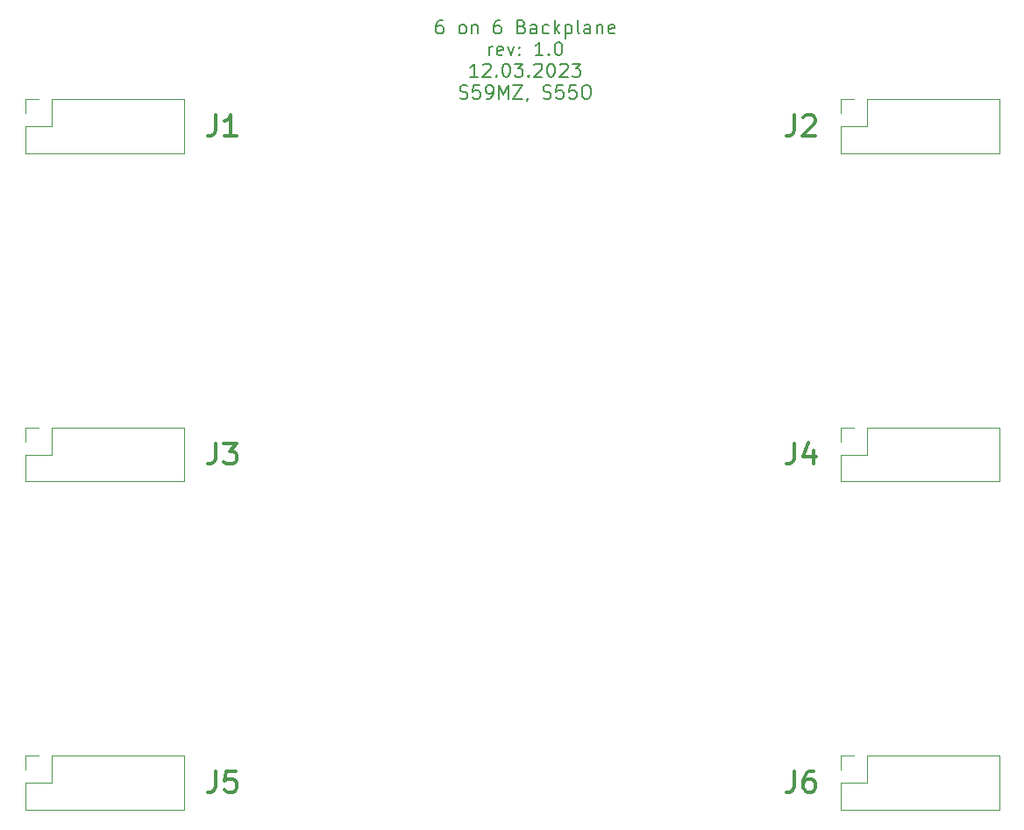
<source format=gto>
G04 #@! TF.GenerationSoftware,KiCad,Pcbnew,6.0.9-8da3e8f707~116~ubuntu20.04.1*
G04 #@! TF.CreationDate,2023-03-27T15:44:58+02:00*
G04 #@! TF.ProjectId,six_to_six_vertical,7369785f-746f-45f7-9369-785f76657274,rev?*
G04 #@! TF.SameCoordinates,Original*
G04 #@! TF.FileFunction,Legend,Top*
G04 #@! TF.FilePolarity,Positive*
%FSLAX46Y46*%
G04 Gerber Fmt 4.6, Leading zero omitted, Abs format (unit mm)*
G04 Created by KiCad (PCBNEW 6.0.9-8da3e8f707~116~ubuntu20.04.1) date 2023-03-27 15:44:58*
%MOMM*%
%LPD*%
G01*
G04 APERTURE LIST*
%ADD10C,0.150000*%
%ADD11C,0.300000*%
%ADD12C,0.120000*%
%ADD13R,1.700000X1.700000*%
%ADD14O,1.700000X1.700000*%
%ADD15C,2.000000*%
%ADD16C,3.000000*%
G04 APERTURE END LIST*
D10*
X140573333Y-60918595D02*
X140325714Y-60918595D01*
X140201904Y-60980500D01*
X140140000Y-61042404D01*
X140016190Y-61228119D01*
X139954285Y-61475738D01*
X139954285Y-61970976D01*
X140016190Y-62094785D01*
X140078095Y-62156690D01*
X140201904Y-62218595D01*
X140449523Y-62218595D01*
X140573333Y-62156690D01*
X140635238Y-62094785D01*
X140697142Y-61970976D01*
X140697142Y-61661452D01*
X140635238Y-61537642D01*
X140573333Y-61475738D01*
X140449523Y-61413833D01*
X140201904Y-61413833D01*
X140078095Y-61475738D01*
X140016190Y-61537642D01*
X139954285Y-61661452D01*
X142430476Y-62218595D02*
X142306666Y-62156690D01*
X142244761Y-62094785D01*
X142182857Y-61970976D01*
X142182857Y-61599547D01*
X142244761Y-61475738D01*
X142306666Y-61413833D01*
X142430476Y-61351928D01*
X142616190Y-61351928D01*
X142740000Y-61413833D01*
X142801904Y-61475738D01*
X142863809Y-61599547D01*
X142863809Y-61970976D01*
X142801904Y-62094785D01*
X142740000Y-62156690D01*
X142616190Y-62218595D01*
X142430476Y-62218595D01*
X143420952Y-61351928D02*
X143420952Y-62218595D01*
X143420952Y-61475738D02*
X143482857Y-61413833D01*
X143606666Y-61351928D01*
X143792380Y-61351928D01*
X143916190Y-61413833D01*
X143978095Y-61537642D01*
X143978095Y-62218595D01*
X146144761Y-60918595D02*
X145897142Y-60918595D01*
X145773333Y-60980500D01*
X145711428Y-61042404D01*
X145587619Y-61228119D01*
X145525714Y-61475738D01*
X145525714Y-61970976D01*
X145587619Y-62094785D01*
X145649523Y-62156690D01*
X145773333Y-62218595D01*
X146020952Y-62218595D01*
X146144761Y-62156690D01*
X146206666Y-62094785D01*
X146268571Y-61970976D01*
X146268571Y-61661452D01*
X146206666Y-61537642D01*
X146144761Y-61475738D01*
X146020952Y-61413833D01*
X145773333Y-61413833D01*
X145649523Y-61475738D01*
X145587619Y-61537642D01*
X145525714Y-61661452D01*
X148249523Y-61537642D02*
X148435238Y-61599547D01*
X148497142Y-61661452D01*
X148559047Y-61785261D01*
X148559047Y-61970976D01*
X148497142Y-62094785D01*
X148435238Y-62156690D01*
X148311428Y-62218595D01*
X147816190Y-62218595D01*
X147816190Y-60918595D01*
X148249523Y-60918595D01*
X148373333Y-60980500D01*
X148435238Y-61042404D01*
X148497142Y-61166214D01*
X148497142Y-61290023D01*
X148435238Y-61413833D01*
X148373333Y-61475738D01*
X148249523Y-61537642D01*
X147816190Y-61537642D01*
X149673333Y-62218595D02*
X149673333Y-61537642D01*
X149611428Y-61413833D01*
X149487619Y-61351928D01*
X149240000Y-61351928D01*
X149116190Y-61413833D01*
X149673333Y-62156690D02*
X149549523Y-62218595D01*
X149240000Y-62218595D01*
X149116190Y-62156690D01*
X149054285Y-62032880D01*
X149054285Y-61909071D01*
X149116190Y-61785261D01*
X149240000Y-61723357D01*
X149549523Y-61723357D01*
X149673333Y-61661452D01*
X150849523Y-62156690D02*
X150725714Y-62218595D01*
X150478095Y-62218595D01*
X150354285Y-62156690D01*
X150292380Y-62094785D01*
X150230476Y-61970976D01*
X150230476Y-61599547D01*
X150292380Y-61475738D01*
X150354285Y-61413833D01*
X150478095Y-61351928D01*
X150725714Y-61351928D01*
X150849523Y-61413833D01*
X151406666Y-62218595D02*
X151406666Y-60918595D01*
X151530476Y-61723357D02*
X151901904Y-62218595D01*
X151901904Y-61351928D02*
X151406666Y-61847166D01*
X152459047Y-61351928D02*
X152459047Y-62651928D01*
X152459047Y-61413833D02*
X152582857Y-61351928D01*
X152830476Y-61351928D01*
X152954285Y-61413833D01*
X153016190Y-61475738D01*
X153078095Y-61599547D01*
X153078095Y-61970976D01*
X153016190Y-62094785D01*
X152954285Y-62156690D01*
X152830476Y-62218595D01*
X152582857Y-62218595D01*
X152459047Y-62156690D01*
X153820952Y-62218595D02*
X153697142Y-62156690D01*
X153635238Y-62032880D01*
X153635238Y-60918595D01*
X154873333Y-62218595D02*
X154873333Y-61537642D01*
X154811428Y-61413833D01*
X154687619Y-61351928D01*
X154440000Y-61351928D01*
X154316190Y-61413833D01*
X154873333Y-62156690D02*
X154749523Y-62218595D01*
X154440000Y-62218595D01*
X154316190Y-62156690D01*
X154254285Y-62032880D01*
X154254285Y-61909071D01*
X154316190Y-61785261D01*
X154440000Y-61723357D01*
X154749523Y-61723357D01*
X154873333Y-61661452D01*
X155492380Y-61351928D02*
X155492380Y-62218595D01*
X155492380Y-61475738D02*
X155554285Y-61413833D01*
X155678095Y-61351928D01*
X155863809Y-61351928D01*
X155987619Y-61413833D01*
X156049523Y-61537642D01*
X156049523Y-62218595D01*
X157163809Y-62156690D02*
X157040000Y-62218595D01*
X156792380Y-62218595D01*
X156668571Y-62156690D01*
X156606666Y-62032880D01*
X156606666Y-61537642D01*
X156668571Y-61413833D01*
X156792380Y-61351928D01*
X157040000Y-61351928D01*
X157163809Y-61413833D01*
X157225714Y-61537642D01*
X157225714Y-61661452D01*
X156606666Y-61785261D01*
X145092380Y-64311595D02*
X145092380Y-63444928D01*
X145092380Y-63692547D02*
X145154285Y-63568738D01*
X145216190Y-63506833D01*
X145340000Y-63444928D01*
X145463809Y-63444928D01*
X146392380Y-64249690D02*
X146268571Y-64311595D01*
X146020952Y-64311595D01*
X145897142Y-64249690D01*
X145835238Y-64125880D01*
X145835238Y-63630642D01*
X145897142Y-63506833D01*
X146020952Y-63444928D01*
X146268571Y-63444928D01*
X146392380Y-63506833D01*
X146454285Y-63630642D01*
X146454285Y-63754452D01*
X145835238Y-63878261D01*
X146887619Y-63444928D02*
X147197142Y-64311595D01*
X147506666Y-63444928D01*
X148001904Y-64187785D02*
X148063809Y-64249690D01*
X148001904Y-64311595D01*
X147940000Y-64249690D01*
X148001904Y-64187785D01*
X148001904Y-64311595D01*
X148001904Y-63506833D02*
X148063809Y-63568738D01*
X148001904Y-63630642D01*
X147940000Y-63568738D01*
X148001904Y-63506833D01*
X148001904Y-63630642D01*
X150292380Y-64311595D02*
X149549523Y-64311595D01*
X149920952Y-64311595D02*
X149920952Y-63011595D01*
X149797142Y-63197309D01*
X149673333Y-63321119D01*
X149549523Y-63383023D01*
X150849523Y-64187785D02*
X150911428Y-64249690D01*
X150849523Y-64311595D01*
X150787619Y-64249690D01*
X150849523Y-64187785D01*
X150849523Y-64311595D01*
X151716190Y-63011595D02*
X151840000Y-63011595D01*
X151963809Y-63073500D01*
X152025714Y-63135404D01*
X152087619Y-63259214D01*
X152149523Y-63506833D01*
X152149523Y-63816357D01*
X152087619Y-64063976D01*
X152025714Y-64187785D01*
X151963809Y-64249690D01*
X151840000Y-64311595D01*
X151716190Y-64311595D01*
X151592380Y-64249690D01*
X151530476Y-64187785D01*
X151468571Y-64063976D01*
X151406666Y-63816357D01*
X151406666Y-63506833D01*
X151468571Y-63259214D01*
X151530476Y-63135404D01*
X151592380Y-63073500D01*
X151716190Y-63011595D01*
X144009047Y-66404595D02*
X143266190Y-66404595D01*
X143637619Y-66404595D02*
X143637619Y-65104595D01*
X143513809Y-65290309D01*
X143390000Y-65414119D01*
X143266190Y-65476023D01*
X144504285Y-65228404D02*
X144566190Y-65166500D01*
X144690000Y-65104595D01*
X144999523Y-65104595D01*
X145123333Y-65166500D01*
X145185238Y-65228404D01*
X145247142Y-65352214D01*
X145247142Y-65476023D01*
X145185238Y-65661738D01*
X144442380Y-66404595D01*
X145247142Y-66404595D01*
X145804285Y-66280785D02*
X145866190Y-66342690D01*
X145804285Y-66404595D01*
X145742380Y-66342690D01*
X145804285Y-66280785D01*
X145804285Y-66404595D01*
X146670952Y-65104595D02*
X146794761Y-65104595D01*
X146918571Y-65166500D01*
X146980476Y-65228404D01*
X147042380Y-65352214D01*
X147104285Y-65599833D01*
X147104285Y-65909357D01*
X147042380Y-66156976D01*
X146980476Y-66280785D01*
X146918571Y-66342690D01*
X146794761Y-66404595D01*
X146670952Y-66404595D01*
X146547142Y-66342690D01*
X146485238Y-66280785D01*
X146423333Y-66156976D01*
X146361428Y-65909357D01*
X146361428Y-65599833D01*
X146423333Y-65352214D01*
X146485238Y-65228404D01*
X146547142Y-65166500D01*
X146670952Y-65104595D01*
X147537619Y-65104595D02*
X148342380Y-65104595D01*
X147909047Y-65599833D01*
X148094761Y-65599833D01*
X148218571Y-65661738D01*
X148280476Y-65723642D01*
X148342380Y-65847452D01*
X148342380Y-66156976D01*
X148280476Y-66280785D01*
X148218571Y-66342690D01*
X148094761Y-66404595D01*
X147723333Y-66404595D01*
X147599523Y-66342690D01*
X147537619Y-66280785D01*
X148899523Y-66280785D02*
X148961428Y-66342690D01*
X148899523Y-66404595D01*
X148837619Y-66342690D01*
X148899523Y-66280785D01*
X148899523Y-66404595D01*
X149456666Y-65228404D02*
X149518571Y-65166500D01*
X149642380Y-65104595D01*
X149951904Y-65104595D01*
X150075714Y-65166500D01*
X150137619Y-65228404D01*
X150199523Y-65352214D01*
X150199523Y-65476023D01*
X150137619Y-65661738D01*
X149394761Y-66404595D01*
X150199523Y-66404595D01*
X151004285Y-65104595D02*
X151128095Y-65104595D01*
X151251904Y-65166500D01*
X151313809Y-65228404D01*
X151375714Y-65352214D01*
X151437619Y-65599833D01*
X151437619Y-65909357D01*
X151375714Y-66156976D01*
X151313809Y-66280785D01*
X151251904Y-66342690D01*
X151128095Y-66404595D01*
X151004285Y-66404595D01*
X150880476Y-66342690D01*
X150818571Y-66280785D01*
X150756666Y-66156976D01*
X150694761Y-65909357D01*
X150694761Y-65599833D01*
X150756666Y-65352214D01*
X150818571Y-65228404D01*
X150880476Y-65166500D01*
X151004285Y-65104595D01*
X151932857Y-65228404D02*
X151994761Y-65166500D01*
X152118571Y-65104595D01*
X152428095Y-65104595D01*
X152551904Y-65166500D01*
X152613809Y-65228404D01*
X152675714Y-65352214D01*
X152675714Y-65476023D01*
X152613809Y-65661738D01*
X151870952Y-66404595D01*
X152675714Y-66404595D01*
X153109047Y-65104595D02*
X153913809Y-65104595D01*
X153480476Y-65599833D01*
X153666190Y-65599833D01*
X153790000Y-65661738D01*
X153851904Y-65723642D01*
X153913809Y-65847452D01*
X153913809Y-66156976D01*
X153851904Y-66280785D01*
X153790000Y-66342690D01*
X153666190Y-66404595D01*
X153294761Y-66404595D01*
X153170952Y-66342690D01*
X153109047Y-66280785D01*
X142275714Y-68435690D02*
X142461428Y-68497595D01*
X142770952Y-68497595D01*
X142894761Y-68435690D01*
X142956666Y-68373785D01*
X143018571Y-68249976D01*
X143018571Y-68126166D01*
X142956666Y-68002357D01*
X142894761Y-67940452D01*
X142770952Y-67878547D01*
X142523333Y-67816642D01*
X142399523Y-67754738D01*
X142337619Y-67692833D01*
X142275714Y-67569023D01*
X142275714Y-67445214D01*
X142337619Y-67321404D01*
X142399523Y-67259500D01*
X142523333Y-67197595D01*
X142832857Y-67197595D01*
X143018571Y-67259500D01*
X144194761Y-67197595D02*
X143575714Y-67197595D01*
X143513809Y-67816642D01*
X143575714Y-67754738D01*
X143699523Y-67692833D01*
X144009047Y-67692833D01*
X144132857Y-67754738D01*
X144194761Y-67816642D01*
X144256666Y-67940452D01*
X144256666Y-68249976D01*
X144194761Y-68373785D01*
X144132857Y-68435690D01*
X144009047Y-68497595D01*
X143699523Y-68497595D01*
X143575714Y-68435690D01*
X143513809Y-68373785D01*
X144875714Y-68497595D02*
X145123333Y-68497595D01*
X145247142Y-68435690D01*
X145309047Y-68373785D01*
X145432857Y-68188071D01*
X145494761Y-67940452D01*
X145494761Y-67445214D01*
X145432857Y-67321404D01*
X145370952Y-67259500D01*
X145247142Y-67197595D01*
X144999523Y-67197595D01*
X144875714Y-67259500D01*
X144813809Y-67321404D01*
X144751904Y-67445214D01*
X144751904Y-67754738D01*
X144813809Y-67878547D01*
X144875714Y-67940452D01*
X144999523Y-68002357D01*
X145247142Y-68002357D01*
X145370952Y-67940452D01*
X145432857Y-67878547D01*
X145494761Y-67754738D01*
X146051904Y-68497595D02*
X146051904Y-67197595D01*
X146485238Y-68126166D01*
X146918571Y-67197595D01*
X146918571Y-68497595D01*
X147413809Y-67197595D02*
X148280476Y-67197595D01*
X147413809Y-68497595D01*
X148280476Y-68497595D01*
X148837619Y-68435690D02*
X148837619Y-68497595D01*
X148775714Y-68621404D01*
X148713809Y-68683309D01*
X150323333Y-68435690D02*
X150509047Y-68497595D01*
X150818571Y-68497595D01*
X150942380Y-68435690D01*
X151004285Y-68373785D01*
X151066190Y-68249976D01*
X151066190Y-68126166D01*
X151004285Y-68002357D01*
X150942380Y-67940452D01*
X150818571Y-67878547D01*
X150570952Y-67816642D01*
X150447142Y-67754738D01*
X150385238Y-67692833D01*
X150323333Y-67569023D01*
X150323333Y-67445214D01*
X150385238Y-67321404D01*
X150447142Y-67259500D01*
X150570952Y-67197595D01*
X150880476Y-67197595D01*
X151066190Y-67259500D01*
X152242380Y-67197595D02*
X151623333Y-67197595D01*
X151561428Y-67816642D01*
X151623333Y-67754738D01*
X151747142Y-67692833D01*
X152056666Y-67692833D01*
X152180476Y-67754738D01*
X152242380Y-67816642D01*
X152304285Y-67940452D01*
X152304285Y-68249976D01*
X152242380Y-68373785D01*
X152180476Y-68435690D01*
X152056666Y-68497595D01*
X151747142Y-68497595D01*
X151623333Y-68435690D01*
X151561428Y-68373785D01*
X153480476Y-67197595D02*
X152861428Y-67197595D01*
X152799523Y-67816642D01*
X152861428Y-67754738D01*
X152985238Y-67692833D01*
X153294761Y-67692833D01*
X153418571Y-67754738D01*
X153480476Y-67816642D01*
X153542380Y-67940452D01*
X153542380Y-68249976D01*
X153480476Y-68373785D01*
X153418571Y-68435690D01*
X153294761Y-68497595D01*
X152985238Y-68497595D01*
X152861428Y-68435690D01*
X152799523Y-68373785D01*
X154347142Y-67197595D02*
X154594761Y-67197595D01*
X154718571Y-67259500D01*
X154842380Y-67383309D01*
X154904285Y-67630928D01*
X154904285Y-68064261D01*
X154842380Y-68311880D01*
X154718571Y-68435690D01*
X154594761Y-68497595D01*
X154347142Y-68497595D01*
X154223333Y-68435690D01*
X154099523Y-68311880D01*
X154037619Y-68064261D01*
X154037619Y-67630928D01*
X154099523Y-67383309D01*
X154223333Y-67259500D01*
X154347142Y-67197595D01*
D11*
X118713333Y-101774761D02*
X118713333Y-103203333D01*
X118618095Y-103489047D01*
X118427619Y-103679523D01*
X118141904Y-103774761D01*
X117951428Y-103774761D01*
X119475238Y-101774761D02*
X120713333Y-101774761D01*
X120046666Y-102536666D01*
X120332380Y-102536666D01*
X120522857Y-102631904D01*
X120618095Y-102727142D01*
X120713333Y-102917619D01*
X120713333Y-103393809D01*
X120618095Y-103584285D01*
X120522857Y-103679523D01*
X120332380Y-103774761D01*
X119760952Y-103774761D01*
X119570476Y-103679523D01*
X119475238Y-103584285D01*
X118713333Y-70074761D02*
X118713333Y-71503333D01*
X118618095Y-71789047D01*
X118427619Y-71979523D01*
X118141904Y-72074761D01*
X117951428Y-72074761D01*
X120713333Y-72074761D02*
X119570476Y-72074761D01*
X120141904Y-72074761D02*
X120141904Y-70074761D01*
X119951428Y-70360476D01*
X119760952Y-70550952D01*
X119570476Y-70646190D01*
X174593333Y-133474761D02*
X174593333Y-134903333D01*
X174498095Y-135189047D01*
X174307619Y-135379523D01*
X174021904Y-135474761D01*
X173831428Y-135474761D01*
X176402857Y-133474761D02*
X176021904Y-133474761D01*
X175831428Y-133570000D01*
X175736190Y-133665238D01*
X175545714Y-133950952D01*
X175450476Y-134331904D01*
X175450476Y-135093809D01*
X175545714Y-135284285D01*
X175640952Y-135379523D01*
X175831428Y-135474761D01*
X176212380Y-135474761D01*
X176402857Y-135379523D01*
X176498095Y-135284285D01*
X176593333Y-135093809D01*
X176593333Y-134617619D01*
X176498095Y-134427142D01*
X176402857Y-134331904D01*
X176212380Y-134236666D01*
X175831428Y-134236666D01*
X175640952Y-134331904D01*
X175545714Y-134427142D01*
X175450476Y-134617619D01*
X118713333Y-133474761D02*
X118713333Y-134903333D01*
X118618095Y-135189047D01*
X118427619Y-135379523D01*
X118141904Y-135474761D01*
X117951428Y-135474761D01*
X120618095Y-133474761D02*
X119665714Y-133474761D01*
X119570476Y-134427142D01*
X119665714Y-134331904D01*
X119856190Y-134236666D01*
X120332380Y-134236666D01*
X120522857Y-134331904D01*
X120618095Y-134427142D01*
X120713333Y-134617619D01*
X120713333Y-135093809D01*
X120618095Y-135284285D01*
X120522857Y-135379523D01*
X120332380Y-135474761D01*
X119856190Y-135474761D01*
X119665714Y-135379523D01*
X119570476Y-135284285D01*
X174593333Y-70074761D02*
X174593333Y-71503333D01*
X174498095Y-71789047D01*
X174307619Y-71979523D01*
X174021904Y-72074761D01*
X173831428Y-72074761D01*
X175450476Y-70265238D02*
X175545714Y-70170000D01*
X175736190Y-70074761D01*
X176212380Y-70074761D01*
X176402857Y-70170000D01*
X176498095Y-70265238D01*
X176593333Y-70455714D01*
X176593333Y-70646190D01*
X176498095Y-70931904D01*
X175355238Y-72074761D01*
X176593333Y-72074761D01*
X174593333Y-101774761D02*
X174593333Y-103203333D01*
X174498095Y-103489047D01*
X174307619Y-103679523D01*
X174021904Y-103774761D01*
X173831428Y-103774761D01*
X176402857Y-102441428D02*
X176402857Y-103774761D01*
X175926666Y-101679523D02*
X175450476Y-103108095D01*
X176688571Y-103108095D01*
D12*
X100270000Y-100270000D02*
X101600000Y-100270000D01*
X115630000Y-105470000D02*
X115630000Y-100270000D01*
X100270000Y-105470000D02*
X100270000Y-102870000D01*
X100270000Y-101600000D02*
X100270000Y-100270000D01*
X102870000Y-102870000D02*
X102870000Y-100270000D01*
X100270000Y-105470000D02*
X115630000Y-105470000D01*
X100270000Y-102870000D02*
X102870000Y-102870000D01*
X102870000Y-100270000D02*
X115630000Y-100270000D01*
X100270000Y-71170000D02*
X102870000Y-71170000D01*
X102870000Y-68570000D02*
X115630000Y-68570000D01*
X100270000Y-69900000D02*
X100270000Y-68570000D01*
X115630000Y-73770000D02*
X115630000Y-68570000D01*
X100270000Y-73770000D02*
X100270000Y-71170000D01*
X100270000Y-68570000D02*
X101600000Y-68570000D01*
X100270000Y-73770000D02*
X115630000Y-73770000D01*
X102870000Y-71170000D02*
X102870000Y-68570000D01*
X179010000Y-137170000D02*
X194370000Y-137170000D01*
X181610000Y-131970000D02*
X194370000Y-131970000D01*
X194370000Y-137170000D02*
X194370000Y-131970000D01*
X181610000Y-134570000D02*
X181610000Y-131970000D01*
X179010000Y-137170000D02*
X179010000Y-134570000D01*
X179010000Y-133300000D02*
X179010000Y-131970000D01*
X179010000Y-134570000D02*
X181610000Y-134570000D01*
X179010000Y-131970000D02*
X180340000Y-131970000D01*
X100270000Y-137170000D02*
X115630000Y-137170000D01*
X102870000Y-134570000D02*
X102870000Y-131970000D01*
X100270000Y-131970000D02*
X101600000Y-131970000D01*
X100270000Y-134570000D02*
X102870000Y-134570000D01*
X100270000Y-137170000D02*
X100270000Y-134570000D01*
X100270000Y-133300000D02*
X100270000Y-131970000D01*
X102870000Y-131970000D02*
X115630000Y-131970000D01*
X115630000Y-137170000D02*
X115630000Y-131970000D01*
X194370000Y-73770000D02*
X194370000Y-68570000D01*
X179010000Y-69900000D02*
X179010000Y-68570000D01*
X179010000Y-73770000D02*
X179010000Y-71170000D01*
X181610000Y-71170000D02*
X181610000Y-68570000D01*
X181610000Y-68570000D02*
X194370000Y-68570000D01*
X179010000Y-71170000D02*
X181610000Y-71170000D01*
X179010000Y-68570000D02*
X180340000Y-68570000D01*
X179010000Y-73770000D02*
X194370000Y-73770000D01*
X179010000Y-102870000D02*
X181610000Y-102870000D01*
X181610000Y-102870000D02*
X181610000Y-100270000D01*
X181610000Y-100270000D02*
X194370000Y-100270000D01*
X194370000Y-105470000D02*
X194370000Y-100270000D01*
X179010000Y-105470000D02*
X194370000Y-105470000D01*
X179010000Y-100270000D02*
X180340000Y-100270000D01*
X179010000Y-105470000D02*
X179010000Y-102870000D01*
X179010000Y-101600000D02*
X179010000Y-100270000D01*
%LPC*%
D13*
X101600000Y-101600000D03*
D14*
X101600000Y-104140000D03*
X104140000Y-101600000D03*
X104140000Y-104140000D03*
X106680000Y-101600000D03*
X106680000Y-104140000D03*
X109220000Y-101600000D03*
X109220000Y-104140000D03*
X111760000Y-101600000D03*
X111760000Y-104140000D03*
X114300000Y-101600000D03*
X114300000Y-104140000D03*
D13*
X101600000Y-69900000D03*
D14*
X101600000Y-72440000D03*
X104140000Y-69900000D03*
X104140000Y-72440000D03*
X106680000Y-69900000D03*
X106680000Y-72440000D03*
X109220000Y-69900000D03*
X109220000Y-72440000D03*
X111760000Y-69900000D03*
X111760000Y-72440000D03*
X114300000Y-69900000D03*
X114300000Y-72440000D03*
D13*
X180340000Y-133300000D03*
D14*
X180340000Y-135840000D03*
X182880000Y-133300000D03*
X182880000Y-135840000D03*
X185420000Y-133300000D03*
X185420000Y-135840000D03*
X187960000Y-133300000D03*
X187960000Y-135840000D03*
X190500000Y-133300000D03*
X190500000Y-135840000D03*
X193040000Y-133300000D03*
X193040000Y-135840000D03*
D13*
X101600000Y-133300000D03*
D14*
X101600000Y-135840000D03*
X104140000Y-133300000D03*
X104140000Y-135840000D03*
X106680000Y-133300000D03*
X106680000Y-135840000D03*
X109220000Y-133300000D03*
X109220000Y-135840000D03*
X111760000Y-133300000D03*
X111760000Y-135840000D03*
X114300000Y-133300000D03*
X114300000Y-135840000D03*
D13*
X180340000Y-69900000D03*
D14*
X180340000Y-72440000D03*
X182880000Y-69900000D03*
X182880000Y-72440000D03*
X185420000Y-69900000D03*
X185420000Y-72440000D03*
X187960000Y-69900000D03*
X187960000Y-72440000D03*
X190500000Y-69900000D03*
X190500000Y-72440000D03*
X193040000Y-69900000D03*
X193040000Y-72440000D03*
D13*
X180340000Y-101600000D03*
D14*
X180340000Y-104140000D03*
X182880000Y-101600000D03*
X182880000Y-104140000D03*
X185420000Y-101600000D03*
X185420000Y-104140000D03*
X187960000Y-101600000D03*
X187960000Y-104140000D03*
X190500000Y-101600000D03*
X190500000Y-104140000D03*
X193040000Y-101600000D03*
X193040000Y-104140000D03*
D15*
X107950000Y-58470000D03*
D16*
X102870000Y-63550000D03*
X113030000Y-63550000D03*
D15*
X107950000Y-55930000D03*
D16*
X102870000Y-53390000D03*
X113030000Y-53390000D03*
D15*
X186690000Y-58470000D03*
D16*
X181610000Y-63550000D03*
X191770000Y-63550000D03*
X191770000Y-53390000D03*
X181610000Y-53390000D03*
D15*
X186690000Y-55930000D03*
X107950000Y-90170000D03*
D16*
X102870000Y-95250000D03*
X102870000Y-85090000D03*
X113030000Y-85090000D03*
X113030000Y-95250000D03*
D15*
X107950000Y-87630000D03*
X186690000Y-90170000D03*
X186690000Y-87630000D03*
D16*
X191770000Y-95250000D03*
X181610000Y-95250000D03*
X181610000Y-85090000D03*
X191770000Y-85090000D03*
D15*
X186690000Y-121870000D03*
D16*
X181610000Y-116790000D03*
D15*
X186690000Y-119330000D03*
D16*
X191770000Y-116790000D03*
X181610000Y-126950000D03*
X191770000Y-126950000D03*
D15*
X107950000Y-121870000D03*
D16*
X102870000Y-116790000D03*
X102870000Y-126950000D03*
D15*
X107950000Y-119330000D03*
D16*
X113030000Y-126950000D03*
X113030000Y-116790000D03*
M02*

</source>
